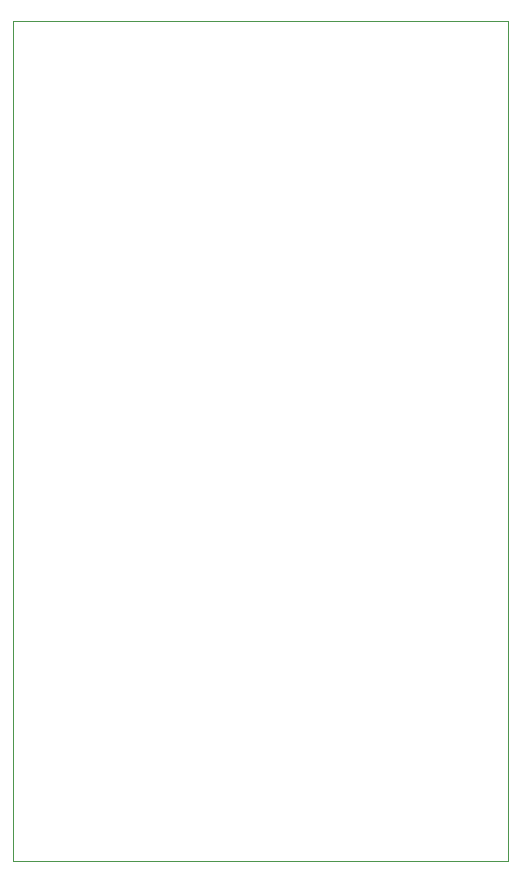
<source format=gbr>
%TF.GenerationSoftware,KiCad,Pcbnew,6.0.7-f9a2dced07~116~ubuntu20.04.1*%
%TF.CreationDate,2023-05-24T09:43:33-07:00*%
%TF.ProjectId,gw-adapters,67772d61-6461-4707-9465-72732e6b6963,rev?*%
%TF.SameCoordinates,Original*%
%TF.FileFunction,Profile,NP*%
%FSLAX46Y46*%
G04 Gerber Fmt 4.6, Leading zero omitted, Abs format (unit mm)*
G04 Created by KiCad (PCBNEW 6.0.7-f9a2dced07~116~ubuntu20.04.1) date 2023-05-24 09:43:33*
%MOMM*%
%LPD*%
G01*
G04 APERTURE LIST*
%TA.AperFunction,Profile*%
%ADD10C,0.100000*%
%TD*%
G04 APERTURE END LIST*
D10*
X163830000Y-55880000D02*
X121920000Y-55880000D01*
X121920000Y-55880000D02*
X121920000Y-127000000D01*
X121920000Y-127000000D02*
X163830000Y-127000000D01*
X163830000Y-127000000D02*
X163830000Y-55880000D01*
M02*

</source>
